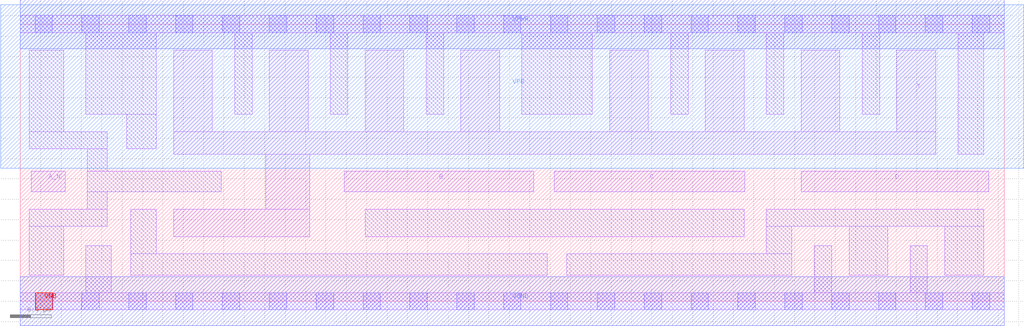
<source format=lef>
# Copyright 2020 The SkyWater PDK Authors
#
# Licensed under the Apache License, Version 2.0 (the "License");
# you may not use this file except in compliance with the License.
# You may obtain a copy of the License at
#
#     https://www.apache.org/licenses/LICENSE-2.0
#
# Unless required by applicable law or agreed to in writing, software
# distributed under the License is distributed on an "AS IS" BASIS,
# WITHOUT WARRANTIES OR CONDITIONS OF ANY KIND, either express or implied.
# See the License for the specific language governing permissions and
# limitations under the License.
#
# SPDX-License-Identifier: Apache-2.0

VERSION 5.7 ;
  NOWIREEXTENSIONATPIN ON ;
  DIVIDERCHAR "/" ;
  BUSBITCHARS "[]" ;
PROPERTYDEFINITIONS
  MACRO maskLayoutSubType STRING ;
  MACRO prCellType STRING ;
  MACRO originalViewName STRING ;
END PROPERTYDEFINITIONS
MACRO sky130_fd_sc_hdll__nand4b_4
  CLASS CORE ;
  FOREIGN sky130_fd_sc_hdll__nand4b_4 ;
  ORIGIN  0.000000  0.000000 ;
  SIZE  9.660000 BY  2.720000 ;
  SYMMETRY X Y R90 ;
  SITE unithd ;
  PIN A_N
    ANTENNAGATEAREA  0.277500 ;
    DIRECTION INPUT ;
    USE SIGNAL ;
    PORT
      LAYER li1 ;
        RECT 0.110000 1.075000 0.440000 1.275000 ;
    END
  END A_N
  PIN B
    ANTENNAGATEAREA  1.110000 ;
    DIRECTION INPUT ;
    USE SIGNAL ;
    PORT
      LAYER li1 ;
        RECT 3.180000 1.075000 5.040000 1.275000 ;
    END
  END B
  PIN C
    ANTENNAGATEAREA  1.110000 ;
    DIRECTION INPUT ;
    USE SIGNAL ;
    PORT
      LAYER li1 ;
        RECT 5.240000 1.075000 7.110000 1.275000 ;
    END
  END C
  PIN D
    ANTENNAGATEAREA  1.110000 ;
    DIRECTION INPUT ;
    USE SIGNAL ;
    PORT
      LAYER li1 ;
        RECT 7.665000 1.075000 9.505000 1.275000 ;
    END
  END D
  PIN VGND
    ANTENNADIFFAREA  0.585000 ;
    DIRECTION INOUT ;
    USE SIGNAL ;
    PORT
      LAYER met1 ;
        RECT 0.000000 -0.240000 9.660000 0.240000 ;
    END
  END VGND
  PIN VPWR
    ANTENNADIFFAREA  3.360000 ;
    DIRECTION INOUT ;
    USE SIGNAL ;
    PORT
      LAYER met1 ;
        RECT 0.000000 2.480000 9.660000 2.960000 ;
    END
  END VPWR
  PIN Y
    ANTENNADIFFAREA  2.736000 ;
    DIRECTION OUTPUT ;
    USE SIGNAL ;
    PORT
      LAYER li1 ;
        RECT 1.505000 0.635000 2.840000 0.905000 ;
        RECT 1.505000 1.445000 8.985000 1.665000 ;
        RECT 1.505000 1.665000 1.885000 2.465000 ;
        RECT 2.410000 0.905000 2.840000 1.445000 ;
        RECT 2.445000 1.665000 2.825000 2.465000 ;
        RECT 3.385000 1.665000 3.765000 2.465000 ;
        RECT 4.325000 1.665000 4.705000 2.465000 ;
        RECT 5.785000 1.665000 6.165000 2.465000 ;
        RECT 6.725000 1.665000 7.105000 2.465000 ;
        RECT 7.665000 1.665000 8.045000 2.465000 ;
        RECT 8.605000 1.665000 8.985000 2.465000 ;
    END
  END Y
  PIN VNB
    DIRECTION INOUT ;
    USE GROUND ;
    PORT
      LAYER pwell ;
        RECT 0.150000 -0.085000 0.320000 0.085000 ;
    END
  END VNB
  PIN VPB
    DIRECTION INOUT ;
    USE POWER ;
    PORT
      LAYER nwell ;
        RECT -0.190000 1.305000 9.850000 2.910000 ;
    END
  END VPB
  OBS
    LAYER li1 ;
      RECT 0.000000 -0.085000 9.660000 0.085000 ;
      RECT 0.000000  2.635000 9.660000 2.805000 ;
      RECT 0.090000  0.255000 0.425000 0.735000 ;
      RECT 0.090000  0.735000 0.855000 0.905000 ;
      RECT 0.090000  1.495000 0.855000 1.665000 ;
      RECT 0.090000  1.665000 0.425000 2.465000 ;
      RECT 0.645000  0.085000 0.895000 0.545000 ;
      RECT 0.645000  1.835000 1.335000 2.635000 ;
      RECT 0.660000  0.905000 0.855000 1.075000 ;
      RECT 0.660000  1.075000 1.975000 1.275000 ;
      RECT 0.660000  1.275000 0.855000 1.495000 ;
      RECT 1.045000  1.495000 1.335000 1.835000 ;
      RECT 1.085000  0.255000 5.175000 0.465000 ;
      RECT 1.085000  0.465000 1.335000 0.905000 ;
      RECT 2.105000  1.835000 2.275000 2.635000 ;
      RECT 3.045000  1.835000 3.215000 2.635000 ;
      RECT 3.385000  0.635000 7.105000 0.905000 ;
      RECT 3.985000  1.835000 4.155000 2.635000 ;
      RECT 4.925000  1.835000 5.615000 2.635000 ;
      RECT 5.365000  0.255000 7.575000 0.465000 ;
      RECT 6.385000  1.835000 6.555000 2.635000 ;
      RECT 7.325000  0.465000 7.575000 0.735000 ;
      RECT 7.325000  0.735000 9.460000 0.905000 ;
      RECT 7.325000  1.835000 7.495000 2.635000 ;
      RECT 7.795000  0.085000 7.965000 0.545000 ;
      RECT 8.135000  0.255000 8.515000 0.735000 ;
      RECT 8.265000  1.835000 8.435000 2.635000 ;
      RECT 8.735000  0.085000 8.905000 0.545000 ;
      RECT 9.075000  0.255000 9.460000 0.735000 ;
      RECT 9.205000  1.445000 9.460000 2.635000 ;
    LAYER mcon ;
      RECT 0.145000 -0.085000 0.315000 0.085000 ;
      RECT 0.145000  2.635000 0.315000 2.805000 ;
      RECT 0.605000 -0.085000 0.775000 0.085000 ;
      RECT 0.605000  2.635000 0.775000 2.805000 ;
      RECT 1.065000 -0.085000 1.235000 0.085000 ;
      RECT 1.065000  2.635000 1.235000 2.805000 ;
      RECT 1.525000 -0.085000 1.695000 0.085000 ;
      RECT 1.525000  2.635000 1.695000 2.805000 ;
      RECT 1.985000 -0.085000 2.155000 0.085000 ;
      RECT 1.985000  2.635000 2.155000 2.805000 ;
      RECT 2.445000 -0.085000 2.615000 0.085000 ;
      RECT 2.445000  2.635000 2.615000 2.805000 ;
      RECT 2.905000 -0.085000 3.075000 0.085000 ;
      RECT 2.905000  2.635000 3.075000 2.805000 ;
      RECT 3.365000 -0.085000 3.535000 0.085000 ;
      RECT 3.365000  2.635000 3.535000 2.805000 ;
      RECT 3.825000 -0.085000 3.995000 0.085000 ;
      RECT 3.825000  2.635000 3.995000 2.805000 ;
      RECT 4.285000 -0.085000 4.455000 0.085000 ;
      RECT 4.285000  2.635000 4.455000 2.805000 ;
      RECT 4.745000 -0.085000 4.915000 0.085000 ;
      RECT 4.745000  2.635000 4.915000 2.805000 ;
      RECT 5.205000 -0.085000 5.375000 0.085000 ;
      RECT 5.205000  2.635000 5.375000 2.805000 ;
      RECT 5.665000 -0.085000 5.835000 0.085000 ;
      RECT 5.665000  2.635000 5.835000 2.805000 ;
      RECT 6.125000 -0.085000 6.295000 0.085000 ;
      RECT 6.125000  2.635000 6.295000 2.805000 ;
      RECT 6.585000 -0.085000 6.755000 0.085000 ;
      RECT 6.585000  2.635000 6.755000 2.805000 ;
      RECT 7.045000 -0.085000 7.215000 0.085000 ;
      RECT 7.045000  2.635000 7.215000 2.805000 ;
      RECT 7.505000 -0.085000 7.675000 0.085000 ;
      RECT 7.505000  2.635000 7.675000 2.805000 ;
      RECT 7.965000 -0.085000 8.135000 0.085000 ;
      RECT 7.965000  2.635000 8.135000 2.805000 ;
      RECT 8.425000 -0.085000 8.595000 0.085000 ;
      RECT 8.425000  2.635000 8.595000 2.805000 ;
      RECT 8.885000 -0.085000 9.055000 0.085000 ;
      RECT 8.885000  2.635000 9.055000 2.805000 ;
      RECT 9.345000 -0.085000 9.515000 0.085000 ;
      RECT 9.345000  2.635000 9.515000 2.805000 ;
  END
  PROPERTY maskLayoutSubType "abstract" ;
  PROPERTY prCellType "standard" ;
  PROPERTY originalViewName "layout" ;
END sky130_fd_sc_hdll__nand4b_4
END LIBRARY

</source>
